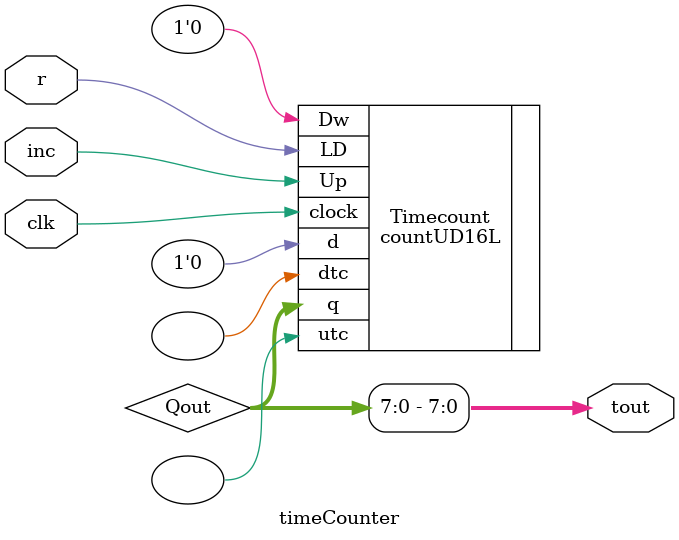
<source format=v>
`timescale 1ns / 1ps


module timeCounter(
    input clk,
    input inc,
    input r,
    output [7:0] tout
    );
    wire [15:0] Qout;
    countUD16L Timecount (.clock(clk) , .Up(inc), .Dw(1'b0) , .LD(r), .d(1'b0), .q(Qout) , .utc() , .dtc());
    assign tout [7:0] = Qout [7:0];
endmodule

</source>
